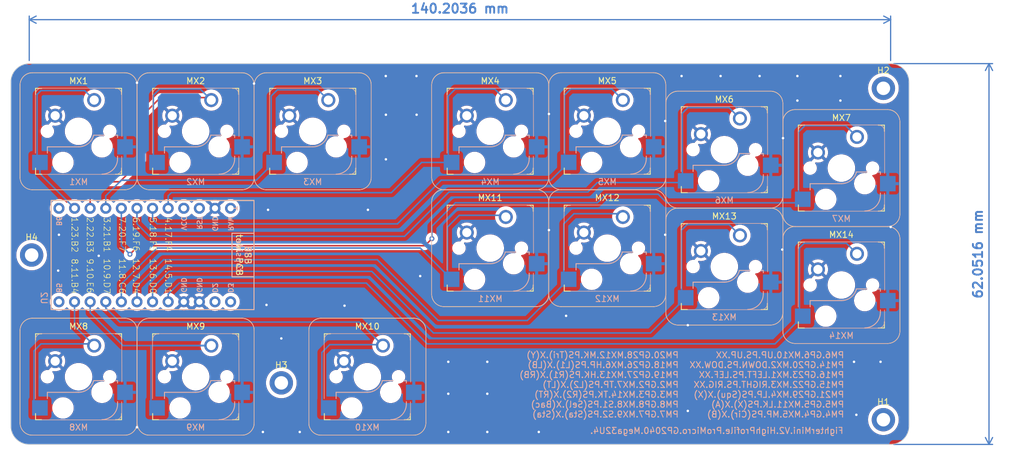
<source format=kicad_pcb>
(kicad_pcb (version 20221018) (generator pcbnew)
  (layers (0 "F.Cu" signal) (31 "B.Cu" signal) (34 "B.Paste" user) (35 "F.Paste" user) (36 "B.SilkS" user "B.Silkscreen") (37 "F.SilkS" user "F.Silkscreen") (38 "B.Mask" user) (39 "F.Mask" user) (44 "Edge.Cuts" user))
  (net 0 "")
  (net 1 "MX1")
  (net 2 "GND")
  (net 3 "MX2")
  (net 4 "MX3")
  (net 5 "MX4")
  (net 6 "MX5")
  (net 7 "MX7")
  (net 8 "MX8")
  (net 9 "MX9")
  (net 10 "MX10")
  (net 11 "MX11")
  (net 12 "MX12")
  (net 13 "MX13")
  (net 14 "MX14")
  (net 22 "MX6")
  (footprint "MountingHole:MountingHole_2.2mm_M2_DIN965_Pad" (layer "F.Cu") (at 78.359 74.168)
    (fp_text reference "H4" (at 0 -2.9) (layer "F.SilkS"))
    (fp_text value "MountingHole")
    (pad "1" thru_hole circle (at 0 0) (size 3.8 3.8) (drill 2.2) (layers "*.Cu" "*.Mask"))
  )
  (footprint "MountingHole:MountingHole_2.2mm_M2_DIN965_Pad" (layer "F.Cu") (at 217 47)
    (fp_text reference "H2" (at 0 -2.9) (layer "F.SilkS"))
    (fp_text value "MountingHole")
    (pad "1" thru_hole circle (at 0 0) (size 3.8 3.8) (drill 2.2) (layers "*.Cu" "*.Mask"))
  )
  (footprint "MountingHole:MountingHole_2.2mm_M2_DIN965_Pad" (layer "F.Cu") (at 119 95)
    (fp_text reference "H3" (at 0 -2.9) (layer "F.SilkS"))
    (fp_text value "MountingHole")
    (pad "1" thru_hole circle (at 0 0) (size 3.8 3.8) (drill 2.2) (layers "*.Cu" "*.Mask"))
  )
  (footprint "Fight Stick 2:MX_optional" (layer "F.Cu") (at 210.157835 79.050995)
    (fp_text reference "MX14" (at 0 -8.2) (layer "F.SilkS"))
    (fp_text value "MX_SW_HS")
    (fp_text user "${REFERENCE}" (at 0 8.25) (layer "B.SilkS") (effects (justify mirror)))
    (pad "" np_thru_hole circle (at -5.08 0) (size 1.7018 1.7018) (drill 1.7018) (layers "*.Cu" "*.Mask"))
    (pad "" np_thru_hole circle (at -2.54 5.08) (size 3 3) (drill 3) (layers "*.Cu" "*.Mask"))
    (pad "" np_thru_hole circle (at 0 0) (size 3.9878 3.9878) (drill 3.9878) (layers "*.Cu" "*.Mask"))
    (pad "" np_thru_hole circle (at 3.81 2.54) (size 3 3) (drill 3) (layers "*.Cu" "*.Mask"))
    (pad "" np_thru_hole circle (at 5.08 0) (size 1.7018 1.7018) (drill 1.7018) (layers "*.Cu" "*.Mask"))
    (pad "1" smd rect (at -6.29 5.08) (size 2.55 2.5) (layers "B.Cu" "B.Paste" "B.Mask") (net 14 "MX14"))
    (pad "1" thru_hole circle (at 2.54 -5.08) (size 2.286 2.286) (drill 1.4986) (layers "*.Cu" "*.Mask") (net 14 "MX14"))
    (pad "2" thru_hole circle (at -3.81 -2.54) (size 2.286 2.286) (drill 1.4986) (layers "*.Cu" "*.Mask") (net 2 "GND"))
    (pad "2" smd rect (at 7.56 2.54) (size 2.55 2.5) (layers "B.Cu" "B.Paste" "B.Mask") (net 2 "GND"))
  )
  (footprint "MountingHole:MountingHole_2.2mm_M2_DIN965_Pad" (layer "F.Cu") (at 217 101)
    (fp_text reference "H1" (at 0 -2.9) (layer "F.SilkS"))
    (fp_text value "MountingHole")
    (pad "1" thru_hole circle (at 0 0) (size 3.8 3.8) (drill 2.2) (layers "*.Cu" "*.Mask"))
  )
  (footprint "Fight Stick 2:MX_optional" (layer "F.Cu") (at 191.10569 57)
    (fp_text reference "MX6" (at 0 -8.2) (layer "F.SilkS"))
    (fp_text value "MX_SW_HS")
    (fp_text user "${REFERENCE}" (at 0 8.25) (layer "B.SilkS") (effects (justify mirror)))
    (pad "" np_thru_hole circle (at -5.08 0) (size 1.7018 1.7018) (drill 1.7018) (layers "*.Cu" "*.Mask"))
    (pad "" np_thru_hole circle (at -2.54 5.08) (size 3 3) (drill 3) (layers "*.Cu" "*.Mask"))
    (pad "" np_thru_hole circle (at 0 0) (size 3.9878 3.9878) (drill 3.9878) (layers "*.Cu" "*.Mask"))
    (pad "" np_thru_hole circle (at 3.81 2.54) (size 3 3) (drill 3) (layers "*.Cu" "*.Mask"))
    (pad "" np_thru_hole circle (at 5.08 0) (size 1.7018 1.7018) (drill 1.7018) (layers "*.Cu" "*.Mask"))
    (pad "1" smd rect (at -6.29 5.08) (size 2.55 2.5) (layers "B.Cu" "B.Paste" "B.Mask") (net 22 "MX6"))
    (pad "1" thru_hole circle (at 2.54 -5.08) (size 2.286 2.286) (drill 1.4986) (layers "*.Cu" "*.Mask") (net 22 "MX6"))
    (pad "2" thru_hole circle (at -3.81 -2.54) (size 2.286 2.286) (drill 1.4986) (layers "*.Cu" "*.Mask") (net 2 "GND"))
    (pad "2" smd rect (at 7.56 2.54) (size 2.55 2.5) (layers "B.Cu" "B.Paste" "B.Mask") (net 2 "GND"))
  )
  (footprint "Fight Stick 2:MX_optional" (layer "F.Cu") (at 172.053545 53.990872)
    (fp_text reference "MX5" (at 0 -8.2) (layer "F.SilkS"))
    (fp_text value "MX_SW_HS")
    (fp_text user "${REFERENCE}" (at 0 8.25) (layer "B.SilkS") (effects (justify mirror)))
    (pad "" np_thru_hole circle (at -5.08 0) (size 1.7018 1.7018) (drill 1.7018) (layers "*.Cu" "*.Mask"))
    (pad "" np_thru_hole circle (at -2.54 5.08) (size 3 3) (drill 3) (layers "*.Cu" "*.Mask"))
    (pad "" np_thru_hole circle (at 0 0) (size 3.9878 3.9878) (drill 3.9878) (layers "*.Cu" "*.Mask"))
    (pad "" np_thru_hole circle (at 3.81 2.54) (size 3 3) (drill 3) (layers "*.Cu" "*.Mask"))
    (pad "" np_thru_hole circle (at 5.08 0) (size 1.7018 1.7018) (drill 1.7018) (layers "*.Cu" "*.Mask"))
    (pad "1" smd rect (at -6.29 5.08) (size 2.55 2.5) (layers "B.Cu" "B.Paste" "B.Mask") (net 6 "MX5"))
    (pad "1" thru_hole circle (at 2.54 -5.08) (size 2.286 2.286) (drill 1.4986) (layers "*.Cu" "*.Mask") (net 6 "MX5"))
    (pad "2" thru_hole circle (at -3.81 -2.54) (size 2.286 2.286) (drill 1.4986) (layers "*.Cu" "*.Mask") (net 2 "GND"))
    (pad "2" smd rect (at 7.56 2.54) (size 2.55 2.5) (layers "B.Cu" "B.Paste" "B.Mask") (net 2 "GND"))
  )
  (footprint "Fight Stick 2:MX_optional" (layer "F.Cu") (at 210.157835 60)
    (fp_text reference "MX7" (at 0 -8.2) (layer "F.SilkS"))
    (fp_text value "MX_SW_HS")
    (fp_text user "${REFERENCE}" (at 0 8.25) (layer "B.SilkS") (effects (justify mirror)))
    (pad "" np_thru_hole circle (at -5.08 0) (size 1.7018 1.7018) (drill 1.7018) (layers "*.Cu" "*.Mask"))
    (pad "" np_thru_hole circle (at -2.54 5.08) (size 3 3) (drill 3) (layers "*.Cu" "*.Mask"))
    (pad "" np_thru_hole circle (at 0 0) (size 3.9878 3.9878) (drill 3.9878) (layers "*.Cu" "*.Mask"))
    (pad "" np_thru_hole circle (at 3.81 2.54) (size 3 3) (drill 3) (layers "*.Cu" "*.Mask"))
    (pad "" np_thru_hole circle (at 5.08 0) (size 1.7018 1.7018) (drill 1.7018) (layers "*.Cu" "*.Mask"))
    (pad "1" smd rect (at -6.29 5.08) (size 2.55 2.5) (layers "B.Cu" "B.Paste" "B.Mask") (net 7 "MX7"))
    (pad "1" thru_hole circle (at 2.54 -5.08) (size 2.286 2.286) (drill 1.4986) (layers "*.Cu" "*.Mask") (net 7 "MX7"))
    (pad "2" thru_hole circle (at -3.81 -2.54) (size 2.286 2.286) (drill 1.4986) (layers "*.Cu" "*.Mask") (net 2 "GND"))
    (pad "2" smd rect (at 7.56 2.54) (size 2.55 2.5) (layers "B.Cu" "B.Paste" "B.Mask") (net 2 "GND"))
  )
  (footprint "Fight Stick 2:MX_optional" (layer "F.Cu") (at 86 54)
    (fp_text reference "MX1" (at 0 -8.2) (layer "F.SilkS"))
    (fp_text value "MX_SW_HS")
    (fp_text user "${REFERENCE}" (at 0 8.25) (layer "B.SilkS") (effects (justify mirror)))
    (pad "" np_thru_hole circle (at -5.08 0) (size 1.7018 1.7018) (drill 1.7018) (layers "*.Cu" "*.Mask"))
    (pad "" np_thru_hole circle (at -2.54 5.08) (size 3 3) (drill 3) (layers "*.Cu" "*.Mask"))
    (pad "" np_thru_hole circle (at 0 0) (size 3.9878 3.9878) (drill 3.9878) (layers "*.Cu" "*.Mask"))
    (pad "" np_thru_hole circle (at 3.81 2.54) (size 3 3) (drill 3) (layers "*.Cu" "*.Mask"))
    (pad "" np_thru_hole circle (at 5.08 0) (size 1.7018 1.7018) (drill 1.7018) (layers "*.Cu" "*.Mask"))
    (pad "1" smd rect (at -6.29 5.08) (size 2.55 2.5) (layers "B.Cu" "B.Paste" "B.Mask") (net 1 "MX1"))
    (pad "1" thru_hole circle (at 2.54 -5.08) (size 2.286 2.286) (drill 1.4986) (layers "*.Cu" "*.Mask") (net 1 "MX1"))
    (pad "2" thru_hole circle (at -3.81 -2.54) (size 2.286 2.286) (drill 1.4986) (layers "*.Cu" "*.Mask") (net 2 "GND"))
    (pad "2" smd rect (at 7.56 2.54) (size 2.55 2.5) (layers "B.Cu" "B.Paste" "B.Mask") (net 2 "GND"))
  )
  (footprint "Fight Stick 2:MX_optional" (layer "F.Cu") (at 124.110687 54)
    (fp_text reference "MX3" (at 0 -8.2) (layer "F.SilkS"))
    (fp_text value "MX_SW_HS")
    (fp_text user "${REFERENCE}" (at 0 8.25) (layer "B.SilkS") (effects (justify mirror)))
    (pad "" np_thru_hole circle (at -5.08 0) (size 1.7018 1.7018) (drill 1.7018) (layers "*.Cu" "*.Mask"))
    (pad "" np_thru_hole circle (at -2.54 5.08) (size 3 3) (drill 3) (layers "*.Cu" "*.Mask"))
    (pad "" np_thru_hole circle (at 0 0) (size 3.9878 3.9878) (drill 3.9878) (layers "*.Cu" "*.Mask"))
    (pad "" np_thru_hole circle (at 3.81 2.54) (size 3 3) (drill 3) (layers "*.Cu" "*.Mask"))
    (pad "" np_thru_hole circle (at 5.08 0) (size 1.7018 1.7018) (drill 1.7018) (layers "*.Cu" "*.Mask"))
    (pad "1" smd rect (at -6.29 5.08) (size 2.55 2.5) (layers "B.Cu" "B.Paste" "B.Mask") (net 4 "MX3"))
    (pad "1" thru_hole circle (at 2.54 -5.08) (size 2.286 2.286) (drill 1.4986) (layers "*.Cu" "*.Mask") (net 4 "MX3"))
    (pad "2" thru_hole circle (at -3.81 -2.54) (size 2.286 2.286) (drill 1.4986) (layers "*.Cu" "*.Mask") (net 2 "GND"))
    (pad "2" smd rect (at 7.56 2.54) (size 2.55 2.5) (layers "B.Cu" "B.Paste" "B.Mask") (net 2 "GND"))
  )
  (footprint "Fight Stick 2:MX_optional" (layer "F.Cu") (at 153 73.043303)
    (fp_text reference "MX11" (at 0 -8.2) (layer "F.SilkS"))
    (fp_text value "MX_SW_HS")
    (fp_text user "${REFERENCE}" (at 0 8.25) (layer "B.SilkS") (effects (justify mirror)))
    (pad "" np_thru_hole circle (at -5.08 0) (size 1.7018 1.7018) (drill 1.7018) (layers "*.Cu" "*.Mask"))
    (pad "" np_thru_hole circle (at -2.54 5.08) (size 3 3) (drill 3) (layers "*.Cu" "*.Mask"))
    (pad "" np_thru_hole circle (at 0 0) (size 3.9878 3.9878) (drill 3.9878) (layers "*.Cu" "*.Mask"))
    (pad "" np_thru_hole circle (at 3.81 2.54) (size 3 3) (drill 3) (layers "*.Cu" "*.Mask"))
    (pad "" np_thru_hole circle (at 5.08 0) (size 1.7018 1.7018) (drill 1.7018) (layers "*.Cu" "*.Mask"))
    (pad "1" smd rect (at -6.29 5.08) (size 2.55 2.5) (layers "B.Cu" "B.Paste" "B.Mask") (net 11 "MX11"))
    (pad "1" thru_hole circle (at 2.54 -5.08) (size 2.286 2.286) (drill 1.4986) (layers "*.Cu" "*.Mask") (net 11 "MX11"))
    (pad "2" thru_hole circle (at -3.81 -2.54) (size 2.286 2.286) (drill 1.4986) (layers "*.Cu" "*.Mask") (net 2 "GND"))
    (pad "2" smd rect (at 7.56 2.54) (size 2.55 2.5) (layers "B.Cu" "B.Paste" "B.Mask") (net 2 "GND"))
  )
  (footprint "Fight Stick 2:MX_optional" (layer "F.Cu") (at 133 94)
    (fp_text reference "MX10" (at 0 -8.2) (layer "F.SilkS"))
    (fp_text value "MX_SW_HS")
    (fp_text user "${REFERENCE}" (at 0 8.25) (layer "B.SilkS") (effects (justify mirror)))
    (pad "" np_thru_hole circle (at -5.08 0) (size 1.7018 1.7018) (drill 1.7018) (layers "*.Cu" "*.Mask"))
    (pad "" np_thru_hole circle (at -2.54 5.08) (size 3 3) (drill 3) (layers "*.Cu" "*.Mask"))
    (pad "" np_thru_hole circle (at 0 0) (size 3.9878 3.9878) (drill 3.9878) (layers "*.Cu" "*.Mask"))
    (pad "" np_thru_hole circle (at 3.81 2.54) (size 3 3) (drill 3) (layers "*.Cu" "*.Mask"))
    (pad "" np_thru_hole circle (at 5.08 0) (size 1.7018 1.7018) (drill 1.7018) (layers "*.Cu" "*.Mask"))
    (pad "1" smd rect (at -6.29 5.08) (size 2.55 2.5) (layers "B.Cu" "B.Paste" "B.Mask") (net 10 "MX10"))
    (pad "1" thru_hole circle (at 2.54 -5.08) (size 2.286 2.286) (drill 1.4986) (layers "*.Cu" "*.Mask") (net 10 "MX10"))
    (pad "2" thru_hole circle (at -3.81 -2.54) (size 2.286 2.286) (drill 1.4986) (layers "*.Cu" "*.Mask") (net 2 "GND"))
    (pad "2" smd rect (at 7.56 2.54) (size 2.55 2.5) (layers "B.Cu" "B.Paste" "B.Mask") (net 2 "GND"))
  )
  (footprint "Fight Stick 2:MX_optional" (layer "F.Cu") (at 172.053545 73.043017)
    (fp_text reference "MX12" (at 0 -8.2) (layer "F.SilkS"))
    (fp_text value "MX_SW_HS")
    (fp_text user "${REFERENCE}" (at 0 8.25) (layer "B.SilkS") (effects (justify mirror)))
    (pad "" np_thru_hole circle (at -5.08 0) (size 1.7018 1.7018) (drill 1.7018) (layers "*.Cu" "*.Mask"))
    (pad "" np_thru_hole circle (at -2.54 5.08) (size 3 3) (drill 3) (layers "*.Cu" "*.Mask"))
    (pad "" np_thru_hole circle (at 0 0) (size 3.9878 3.9878) (drill 3.9878) (layers "*.Cu" "*.Mask"))
    (pad "" np_thru_hole circle (at 3.81 2.54) (size 3 3) (drill 3) (layers "*.Cu" "*.Mask"))
    (pad "" np_thru_hole circle (at 5.08 0) (size 1.7018 1.7018) (drill 1.7018) (layers "*.Cu" "*.Mask"))
    (pad "1" smd rect (at -6.29 5.08) (size 2.55 2.5) (layers "B.Cu" "B.Paste" "B.Mask") (net 12 "MX12"))
    (pad "1" thru_hole circle (at 2.54 -5.08) (size 2.286 2.286) (drill 1.4986) (layers "*.Cu" "*.Mask") (net 12 "MX12"))
    (pad "2" thru_hole circle (at -3.81 -2.54) (size 2.286 2.286) (drill 1.4986) (layers "*.Cu" "*.Mask") (net 2 "GND"))
    (pad "2" smd rect (at 7.56 2.54) (size 2.55 2.5) (layers "B.Cu" "B.Paste" "B.Mask") (net 2 "GND"))
  )
  (footprint "Fight Stick 2:MX_optional" (layer "F.Cu") (at 86 94)
    (fp_text reference "MX8" (at 0 -8.2) (layer "F.SilkS"))
    (fp_text value "MX_SW_HS")
    (fp_text user "${REFERENCE}" (at 0 8.25) (layer "B.SilkS") (effects (justify mirror)))
    (pad "" np_thru_hole circle (at -5.08 0) (size 1.7018 1.7018) (drill 1.7018) (layers "*.Cu" "*.Mask"))
    (pad "" np_thru_hole circle (at -2.54 5.08) (size 3 3) (drill 3) (layers "*.Cu" "*.Mask"))
    (pad "" np_thru_hole circle (at 0 0) (size 3.9878 3.9878) (drill 3.9878) (layers "*.Cu" "*.Mask"))
    (pad "" np_thru_hole circle (at 3.81 2.54) (size 3 3) (drill 3) (layers "*.Cu" "*.Mask"))
    (pad "" np_thru_hole circle (at 5.08 0) (size 1.7018 1.7018) (drill 1.7018) (layers "*.Cu" "*.Mask"))
    (pad "1" smd rect (at -6.29 5.08) (size 2.55 2.5) (layers "B.Cu" "B.Paste" "B.Mask") (net 8 "MX8"))
    (pad "1" thru_hole circle (at 2.54 -5.08) (size 2.286 2.286) (drill 1.4986) (layers "*.Cu" "*.Mask") (net 8 "MX8"))
    (pad "2" thru_hole circle (at -3.81 -2.54) (size 2.286 2.286) (drill 1.4986) (layers "*.Cu" "*.Mask") (net 2 "GND"))
    (pad "2" smd rect (at 7.56 2.54) (size 2.55 2.5) (layers "B.Cu" "B.Paste" "B.Mask") (net 2 "GND"))
  )
  (footprint "Fight Stick 2:MX_optional" (layer "F.Cu") (at 105.058542 94)
    (fp_text reference "MX9" (at 0 -8.2) (layer "F.SilkS"))
    (fp_text value "MX_SW_HS")
    (fp_text user "${REFERENCE}" (at 0 8.25) (layer "B.SilkS") (effects (justify mirror)))
    (pad "" np_thru_hole circle (at -5.08 0) (size 1.7018 1.7018) (drill 1.7018) (layers "*.Cu" "*.Mask"))
    (pad "" np_thru_hole circle (at -2.54 5.08) (size 3 3) (drill 3) (layers "*.Cu" "*.Mask"))
    (pad "" np_thru_hole circle (at 0 0) (size 3.9878 3.9878) (drill 3.9878) (layers "*.Cu" "*.Mask"))
    (pad "" np_thru_hole circle (at 3.81 2.54) (size 3 3) (drill 3) (layers "*.Cu" "*.Mask"))
    (pad "" np_thru_hole circle (at 5.08 0) (size 1.7018 1.7018) (drill 1.7018) (layers "*.Cu" "*.Mask"))
    (pad "1" smd rect (at -6.29 5.08) (size 2.55 2.5) (layers "B.Cu" "B.Paste" "B.Mask") (net 9 "MX9"))
    (pad "1" thru_hole circle (at 2.54 -5.08) (size 2.286 2.286) (drill 1.4986) (layers "*.Cu" "*.Mask") (net 9 "MX9"))
    (pad "2" thru_hole circle (at -3.81 -2.54) (size 2.286 2.286) (drill 1.4986) (layers "*.Cu" "*.Mask") (net 2 "GND"))
    (pad "2" smd rect (at 7.56 2.54) (size 2.55 2.5) (layers "B.Cu" "B.Paste" "B.Mask") (net 2 "GND"))
  )
  (footprint "Fight Stick 2:MX_optional" (layer "F.Cu") (at 105.058542 54)
    (fp_text reference "MX2" (at 0 -8.2) (layer "F.SilkS"))
    (fp_text value "MX_SW_HS")
    (fp_text user "${REFERENCE}" (at 0 8.25) (layer "B.SilkS") (effects (justify mirror)))
    (pad "" np_thru_hole circle (at -5.08 0) (size 1.7018 1.7018) (drill 1.7018) (layers "*.Cu" "*.Mask"))
    (pad "" np_thru_hole circle (at -2.54 5.08) (size 3 3) (drill 3) (layers "*.Cu" "*.Mask"))
    (pad "" np_thru_hole circle (at 0 0) (size 3.9878 3.9878) (drill 3.9878) (layers "*.Cu" "*.Mask"))
    (pad "" np_thru_hole circle (at 3.81 2.54) (size 3 3) (drill 3) (layers "*.Cu" "*.Mask"))
    (pad "" np_thru_hole circle (at 5.08 0) (size 1.7018 1.7018) (drill 1.7018) (layers "*.Cu" "*.Mask"))
    (pad "1" smd rect (at -6.29 5.08) (size 2.55 2.5) (layers "B.Cu" "B.Paste" "B.Mask") (net 3 "MX2"))
    (pad "1" thru_hole circle (at 2.54 -5.08) (size 2.286 2.286) (drill 1.4986) (layers "*.Cu" "*.Mask") (net 3 "MX2"))
    (pad "2" thru_hole circle (at -3.81 -2.54) (size 2.286 2.286) (drill 1.4986) (layers "*.Cu" "*.Mask") (net 2 "GND"))
    (pad "2" smd rect (at 7.56 2.54) (size 2.55 2.5) (layers "B.Cu" "B.Paste" "B.Mask") (net 2 "GND"))
  )
  (footprint "Fight Stick 2:MX_optional" (layer "F.Cu") (at 153 54)
    (fp_text reference "MX4" (at 0 -8.2) (layer "F.SilkS"))
    (fp_text value "MX_SW_HS")
    (fp_text user "${REFERENCE}" (at 0 8.25) (layer "B.SilkS") (effects (justify mirror)))
    (pad "" np_thru_hole circle (at -5.08 0) (size 1.7018 1.7018) (drill 1.7018) (layers "*.Cu" "*.Mask"))
    (pad "" np_thru_hole circle (at -2.54 5.08) (size 3 3) (drill 3) (layers "*.Cu" "*.Mask"))
    (pad "" np_thru_hole circle (at 0 0) (size 3.9878 3.9878) (drill 3.9878) (layers "*.Cu" "*.Mask"))
    (pad "" np_thru_hole circle (at 3.81 2.54) (size 3 3) (drill 3) (layers "*.Cu" "*.Mask"))
    (pad "" np_thru_hole circle (at 5.08 0) (size 1.7018 1.7018) (drill 1.7018) (layers "*.Cu" "*.Mask"))
    (pad "1" smd rect (at -6.29 5.08) (size 2.55 2.5) (layers "B.Cu" "B.Paste" "B.Mask") (net 5 "MX4"))
    (pad "1" thru_hole circle (at 2.54 -5.08) (size 2.286 2.286) (drill 1.4986) (layers "*.Cu" "*.Mask") (net 5 "MX4"))
    (pad "2" thru_hole circle (at -3.81 -2.54) (size 2.286 2.286) (drill 1.4986) (layers "*.Cu" "*.Mask") (net 2 "GND"))
    (pad "2" smd rect (at 7.56 2.54) (size 2.55 2.5) (layers "B.Cu" "B.Paste" "B.Mask") (net 2 "GND"))
  )
  (footprint "Fight Stick 2:MX_optional" (layer "F.Cu") (at 191.10569 76.047006)
    (fp_text reference "MX13" (at 0 -8.2) (layer "F.SilkS"))
    (fp_text value "MX_SW_HS")
    (fp_text user "${REFERENCE}" (at 0 8.25) (layer "B.SilkS") (effects (justify mirror)))
    (pad "" np_thru_hole circle (at -5.08 0) (size 1.7018 1.7018) (drill 1.7018) (layers "*.Cu" "*.Mask"))
    (pad "" np_thru_hole circle (at -2.54 5.08) (size 3 3) (drill 3) (layers "*.Cu" "*.Mask"))
    (pad "" np_thru_hole circle (at 0 0) (size 3.9878 3.9878) (drill 3.9878) (layers "*.Cu" "*.Mask"))
    (pad "" np_thru_hole circle (at 3.81 2.54) (size 3 3) (drill 3) (layers "*.Cu" "*.Mask"))
    (pad "" np_thru_hole circle (at 5.08 0) (size 1.7018 1.7018) (drill 1.7018) (layers "*.Cu" "*.Mask"))
    (pad "1" smd rect (at -6.29 5.08) (size 2.55 2.5) (layers "B.Cu" "B.Paste" "B.Mask") (net 13 "MX13"))
    (pad "1" thru_hole circle (at 2.54 -5.08) (size 2.286 2.286) (drill 1.4986) (layers "*.Cu" "*.Mask") (net 13 "MX13"))
    (pad "2" thru_hole circle (at -3.81 -2.54) (size 2.286 2.286) (drill 1.4986) (layers "*.Cu" "*.Mask") (net 2 "GND"))
    (pad "2" smd rect (at 7.56 2.54) (size 2.55 2.5) (layers "B.Cu" "B.Paste" "B.Mask") (net 2 "GND"))
  )
  (footprint "PCM_marbastlib-xp-promicroish:ProMicro_Reversible_Single" (layer "B.Cu") (at 96.774 74.168 90)
    (fp_text reference "U2" (at -7 -16.4 270 unlocked) (layer "B.SilkS") (effects (justify mirror)))
    (fp_text value "ProMicro")
    (fp_text user "RAW" (at 6.42 13.97 270 unlocked) (layer "B.SilkS") (effects (font (size 0.8 0.8)) (justify right mirror)))
    (fp_text user "B5" (at -6.22 -13.97 270 unlocked) (layer "B.SilkS") (effects (font (size 0.8 0.8)) (justify left mirror)))
    (fp_text user "RST" (at 6.42 8.89 270 unlocked) (layer "B.SilkS") (effects (font (size 0.8 0.8)) (justify right mirror)))
    (fp_text user "D2" (at -6.22 11.43 270 unlocked) (layer "B.SilkS") (effects (font (size 0.8 0.8)) (justify left mirror)))
    (fp_text user "1" (at 7.62 15.17 270) (layer "B.SilkS") (effects (justify bottom mirror)))
    (fp_text user "B6" (at 6.42 -13.97 270 unlocked) (layer "B.SilkS") (effects (font (size 0.8 0.8)) (justify right mirror)))
    (fp_text user "D3" (at -6.22 13.97 270 unlocked) (layer "B.SilkS") (effects (font (size 0.8 0.8)) (justify left mirror)))
    (fp_text user "VCC" (at 6.42 6.35 270 unlocked) (layer "B.SilkS") (effects (font (size 0.8 0.8)) (justify right mirror)))
    (fp_text user "GND" (at -6.2 8.89 270 unlocked) (layer "B.SilkS") (effects (font (size 0.8 0.8)) (justify left mirror)))
    (fp_text user "GND" (at 6.42 11.43 270 unlocked) (layer "B.SilkS") (effects (font (size 0.8 0.8)) (justify right mirror)))
    (fp_text user "GND" (at -6.2 6.35 270 unlocked) (layer "B.SilkS") (effects (font (size 0.8 0.8)) (justify left mirror)))
    (fp_text user "topside" (at 0 14.8 270 unlocked) (layer "B.SilkS") (effects (justify bottom mirror)))
    (fp_text user "USB" (at 0 16.2 270 unlocked) (layer "B.SilkS") (effects (justify bottom mirror)))
    (fp_text user "1.23.B2" (at 6.25 -12 270 unlocked) (layer "F.SilkS") (effects (font (thickness 0.1)) (justify left bottom)))
    (fp_text user "6.19.F6" (at 6.25 -2 270 unlocked) (layer "F.SilkS") (effects (font (thickness 0.1)) (justify left bottom)))
    (fp_text user "12.7.D4" (at -0.5 -2 270 unlocked) (layer "F.SilkS") (effects (font (thickness 0.1)) (justify left bottom)))
    (fp_text user "14.5.D1" (at -0.5 3.25 270 unlocked) (layer "F.SilkS") (effects (font (thickness 0.1)) (justify left bottom)))
    (fp_text user "tow. PCB" (at 0 14.8 270 unlocked) (layer "F.SilkS") (effects (justify bottom)))
    (fp_text user "10.9.D7" (at -0.5 -6.75 270 unlocked) (layer "F.SilkS") (effects (font (thickness 0.1)) (justify left bottom)))
    (fp_text user "11.8.C6" (at -0.5 -4.25 270 unlocked) (layer "F.SilkS") (effects (font (thickness 0.1)) (justify left bottom)))
    (fp_text user "5.18.F5" (at 6.25 0.75 270 unlocked) (layer "F.SilkS") (effects (font (thickness 0.1)) (justify left bottom)))
    (fp_text user "3.21.B1" (at 6.25 -6.75 270 unlocked) (layer "F.SilkS") (effects (font (thickness 0.1)) (justify left bottom)))
    (fp_text user "2.22.B3" (at 6.25 -9.5 270 unlocked) (layer "F.SilkS") (effects (font (thickness 0.1)) (justify left bottom)))
    (fp_text user "13.6.D0" (at -0.5 0.75 270 unlocked) (layer "F.SilkS") (effects (font (thickness 0.1)) (justify left bottom)))
    (fp_text user "7.20.F7" (at 6.25 -4.25 270 unlocked) (layer "F.SilkS") (effects (font (thickness 0.1)) (justify left bottom)))
    (fp_text user "USB" (at 0 16.2 270 unlocked) (layer "F.SilkS") (effects (justify bottom)))
    (fp_text user "8.11.B4" (at -0.5 -12 270 unlocked) (layer "F.SilkS") (effects (font (thickness 0.1)) (justify left bottom)))
    (fp_text user "9.10.E6" (at -0.5 -9.5 270 unlocked) (layer "F.SilkS") (effects (font (thickness 0.1)) (justify left bottom)))
    (fp_text user "4.17.F4" (at 6.25 3.25 270 unlocked) (layer "F.SilkS") (effects (font (thickness 0.1)) (justify left bottom)))
    (pad "1" thru_hole circle (at -7.62 13.97 90) (size 1.8 1.8) (drill 1) (layers "*.Cu" "*.Mask"))
    (pad "2" thru_hole circle (at -7.62 11.43 90) (size 1.8 1.8) (drill 1) (layers "*.Cu" "*.Mask"))
    (pad "3" thru_hole circle (at -7.62 8.89 90) (size 1.8 1.8) (drill 1) (layers "*.Cu" "*.Mask") (net 2 "GND"))
    (pad "4" thru_hole circle (at -7.62 6.35 90) (size 1.8 1.8) (drill 1) (layers "*.Cu" "*.Mask") (net 2 "GND"))
    (pad "5" thru_hole circle (at -7.62 3.81 90) (size 1.8 1.8) (drill 1) (layers "*.Cu" "*.Mask") (net 14 "MX14"))
    (pad "6" thru_hole circle (at -7.62 1.27 90) (size 1.8 1.8) (drill 1) (layers "*.Cu" "*.Mask") (net 13 "MX13"))
    (pad "7" thru_hole circle (at -7.62 -1.27 90) (size 1.8 1.8) (drill 1) (layers "*.Cu" "*.Mask") (net 12 "MX12"))
    (pad "8" thru_hole circle (at -7.62 -3.81 90) (size 1.8 1.8) (drill 1) (layers "*.Cu" "*.Mask") (net 11 "MX11"))
    (pad "9" thru_hole circle (at -7.62 -6.35 90) (size 1.8 1.8) (drill 1) (layers "*.Cu" "*.Mask") (net 10 "MX10"))
    (pad "10" thru_hole circle (at -7.62 -8.89 90) (size 1.8 1.8) (drill 1) (layers "*.Cu" "*.Mask") (net 9 "MX9"))
    (pad "11" thru_hole circle (at -7.62 -11.43 90) (size 1.8 1.8) (drill 1) (layers "*.Cu" "*.Mask") (net 8 "MX8"))
    (pad "12" thru_hole circle (at -7.62 -13.97 90) (size 1.8 1.8) (drill 1) (layers "*.Cu" "*.Mask"))
    (pad "13" thru_hole circle (at 7.62 13.97 90) (size 1.8 1.8) (drill 1) (layers "*.Cu" "*.Mask"))
    (pad "14" thru_hole circle (at 7.62 11.43 90) (size 1.8 1.8) (drill 1) (layers "*.Cu" "*.Mask") (net 2 "GND"))
    (pad "15" thru_hole circle (at 7.62 8.89 90) (size 1.8 1.8) (drill 1) (layers "*.Cu" "*.Mask"))
    (pad "16" thru_hole circle (at 7.62 6.35 90) (size 1.8 1.8) (drill 1) (layers "*.Cu" "*.Mask"))
    (pad "17" thru_hole circle (at 7.62 3.81 90) (size 1.8 1.8) (drill 1) (layers "*.Cu" "*.Mask") (net 5 "MX4"))
    (pad "18" thru_hole circle (at 7.62 1.27 90) (size 1.8 1.8) (drill 1) (layers "*.Cu" "*.Mask") (net 6 "MX5"))
    (pad "19" thru_hole circle (at 7.62 -1.27 90) (size 1.8 1.8) (drill 1) (layers "*.Cu" "*.Mask") (net 22 "MX6"))
    (pad "20" thru_hole circle (at 7.62 -3.81 90) (size 1.8 1.8) (drill 1) (layers "*.Cu" "*.Mask") (net 7 "MX7"))
    (pad "21" thru_hole circle (at 7.62 -6.35 90) (size 1.8 1.8) (drill 1) (layers "*.Cu" "*.Mask") (net 4 "MX3"))
    (pad "22" thru_hole circle (at 7.62 -8.89 90) (size 1.8 1.8) (drill 1) (layers "*.Cu" "*.Mask") (net 3 "MX2"))
    (pad "23" thru_hole circle (at 7.62 -11.43 90) (size 1.8 1.8) (drill 1) (layers "*.Cu" "*.Mask") (net 1 "MX1"))
    (pad "24" thru_hole circle (at 7.62 -13.97 90) (size 1.8 1.8) (drill 1) (layers "*.Cu" "*.Mask"))
  )
  (gr_arc (start 77.970673 105.026735) (mid 75.849358 104.148048) (end 74.970673 102.026735) (stroke (width 0.1)) (layer "Edge.Cuts"))
  (gr_line (start 218.174256 105.026735) (end 77.970673 105.026735) (stroke (width 0.1)) (layer "Edge.Cuts"))
  (gr_arc (start 218.174256 42.975166) (mid 220.295576 43.853846) (end 221.174256 45.975166) (stroke (width 0.1)) (layer "Edge.Cuts"))
  (gr_line (start 221.174256 45.975166) (end 221.174256 102.026735) (stroke (width 0.1)) (layer "Edge.Cuts"))
  (gr_arc (start 74.970673 45.975166) (mid 75.849353 43.853846) (end 77.970673 42.975166) (stroke (width 0.1)) (layer "Edge.Cuts"))
  (gr_line (start 74.970673 102.026735) (end 74.970673 45.975166) (stroke (width 0.1)) (layer "Edge.Cuts"))
  (gr_line (start 77.970673 42.975166) (end 218.174256 42.975166) (stroke (width 0.1)) (layer "Edge.Cuts"))
  (gr_arc (start 221.174256 102.026735) (mid 220.295561 104.148017) (end 218.174256 105.026735) (stroke (width 0.1)) (layer "Edge.Cuts"))
  (gr_text "PM20.GP28.MX12.MK.PS(Tri).X(Y)\nPM18.GP26.MX6.HP.PS(L1).X(LB)\nPM19.GP27.MX13.HK.PS(R1).X(RB)\nPM2.GP2.MX7.TP.PS(L2).X(LT)\nPM3.GP3.MX14.TK.PS(R2).X(RT)\nPM8.GP8.MX8.S1.PS(Sel).X(Bac)\nPM7.GP7.MX9.S2.PS(Sta).X(Sta)" (at 183.769 100.711) (layer "B.SilkS") (effects (font (size 1 1)) (justify left bottom mirror)))
  (gr_text "PM6.GP6.MX10.UP.PS.UP.XX\nPM14.GP20.MX2.DOWN.PS.DOW.XX\nPM16.GP23.MX1.LEFT.PS.LEF.XX\nPM15.GP22.MX3.RIGHT.PS.RIG.XX\nPM21.GP29.MX4.LP.PS(Squ).X(X)\nPM5.GP5.MX11.LK.PS(X).X(A)\nPM4.GP4.MX5.MP.PS(Cir).X(B)" (at 210.693 100.711) (layer "B.SilkS") (effects (font (size 1 1)) (justify left bottom mirror)))
  (gr_text "FighterMini.V2.HighProfile.ProMicro.GP2040.Mega32U4." (at 210.566 103.378) (layer "B.SilkS") (effects (font (size 1 1)) (justify left bottom mirror)))
  (dimension (type orthogonal) (layer "B.Cu") (pts (xy 218.174256 42.975166) (xy 218.174256 105.026735)) (height 16.013744) (orientation 1) (gr_text "62.0516 mm" (at 232.388 74.000951 90) (layer "B.Cu") (effects (font (size 1.5 1.5) (thickness 0.3)))) (format (prefix "") (suffix "") (units 3) (units_format 1) (precision 4)) (style (thickness 0.2) (arrow_length 1.27) (text_position_mode 0) (extension_height 0.58642) (extension_offset 0.5) keep_text_aligned))
  (dimension (type orthogonal) (layer "B.Cu") (pts (xy 218.174256 42.975166) (xy 77.970673 42.975166)) (height -7.161166) (orientation 0) (gr_text "140.2036 mm" (at 148.072464 34.014) (layer "B.Cu") (effects (font (size 1.5 1.5) (thickness 0.3)))) (format (prefix "") (suffix "") (units 3) (units_format 1) (precision 4)) (style (thickness 0.2) (arrow_length 1.27) (text_position_mode 0) (extension_height 0.58642) (extension_offset 0.5) keep_text_aligned))
  (segment (start 85.344 66.548) (end 79.71 60.914) (width 0.25) (layer "B.Cu") (net 1))
  (segment (start 79.248 48.006) (end 79.883 47.371) (width 0.25) (layer "B.Cu") (net 1))
  (segment (start 79.883 47.371) (end 86.991 47.371) (width 0.25) (layer "B.Cu") (net 1))
  (segment (start 86.991 47.371) (end 88.54 48.92) (width 0.25) (layer "B.Cu") (net 1))
  (segment (start 79.71 59.08) (end 79.248 58.618) (width 0.25) (layer "B.Cu") (net 1))
  (segment (start 79.71 60.914) (end 79.71 59.08) (width 0.25) (layer "B.Cu") (net 1))
  (segment (start 79.248 58.618) (end 79.248 48.006) (width 0.25) (layer "B.Cu") (net 1))
  (via (at 185.166 85.598) (size 0.8) (drill 0.4) (layers "F.Cu" "B.Cu") (net 2))
  (via (at 95.504 46.101) (size 0.8) (drill 0.4) (layers "F.Cu" "B.Cu") (net 2))
  (via (at 181.483 52.324) (size 0.8) (drill 0.4) (layers "F.Cu" "B.Cu") (net 2))
  (via (at 185.166 99.568) (size 0.8) (drill 0.4) (layers "F.Cu" "B.Cu") (net 2))
  (via (at 141.0208 51.308) (size 0.8) (drill 0.4) (layers "F.Cu" "B.Cu") (net 2))
  (via (at 95.504 102.235) (size 0.8) (drill 0.4) (layers "F.Cu" "B.Cu") (net 2))
  (via (at 181.483 70.866) (size 0.8) (drill 0.4) (layers "F.Cu" "B.Cu") (net 2))
  (via (at 146.177 96.774) (size 0.8) (drill 0.4) (layers "F.Cu" "B.Cu") (net 2))
  (via (at 203 49) (size 0.8) (drill 0.4) (layers "F.Cu" "B.Cu") (net 2))
  (via (at 184.15 45) (size 0.8) (drill 0.4) (layers "F.Cu" "B.Cu") (net 2))
  (via (at 152.527 96.774) (size 0.8) (drill 0.4) (layers "F.Cu" "B.Cu") (net 2))
  (via (at 116 103) (size 0.8) (drill 0.4) (layers "F.Cu" "B.Cu") (net 2))
  (via (at 146.177 102.997) (size 0.8) (drill 0.4) (layers "F.Cu" "B.Cu") (net 2))
  (via (at 212.598 100.203) (size 0.8) (drill 0.4) (layers "F.Cu" "B.Cu") (net 2))
  (via (at 146.177 91.567) (size 0.8) (drill 0.4) (layers "F.Cu" "B.Cu") (net 2))
  (via (at 190.5 45) (size 0.8) (drill 0.4) (layers "F.Cu" "B.Cu") (net 2))
  (via (at 212.217 91.567) (size 0.8) (drill 0.4) (layers "F.Cu" "B.Cu") (net 2))
  (via (at 141.605 77.597) (size 0.8) (drill 0.4) (layers "F.Cu" "B.Cu") (net 2))
  (via (at 141 45) (size 0.8) (drill 0.4) (layers "F.Cu" "B.Cu") (net 2))
  (via (at 116.586 82.296) (size 0.8) (drill 0.4) (layers "F.Cu" "B.Cu") (net 2))
  (via (at 129.286 82.423) (size 0.8) (drill 0.4) (layers "F.Cu" "B.Cu") (net 2))
  (via (at 136.0208 51.308) (size 0.8) (drill 0.4) (layers "F.Cu" "B.Cu") (net 2))
  (via (at 200.533 73.279) (size 0.8) (drill 0.4) (layers "F.Cu" "B.Cu") (net 2))
  (via (at 89.281 74.295) (size 0.8) (drill 0.4) (layers "F.Cu" "B.Cu") (net 2))
  (via (at 118.999 87.757) (size 0.8) (drill 0.4) (layers "F.Cu" "B.Cu") (net 2))
  (via (at 162.56 70.104) (size 0.8) (drill 0.4) (layers "F.Cu" "B.Cu") (net 2))
  (via (at 82.804 70.866) (size 0.8) (drill 0.4) (layers "F.Cu" "B.Cu") (net 2))
  (via (at 162.56 51.181) (size 0.8) (drill 0.4) (layers "F.Cu" "B.Cu") (net 2))
  (via (at 196.85 45) (size 0.8) (drill 0.4) (layers "F.Cu" "B.Cu") (net 2))
  (via (at 136.0208 58.5724) (size 0.8) (drill 0.4) (layers "F.Cu" "B.Cu") (net 2))
  (via (at 152.527 102.997) (size 0.8) (drill 0.4) (layers "F.Cu" "B.Cu") (net 2))
  (via (at 165.354 84.074) (size 0.8) (drill 0.4) (layers "F.Cu" "B.Cu") (net 2))
  (via (at 203 45) (size 0.8) (drill 0.4) (layers "F.Cu" "B.Cu") (net 2))
  (via (at 116.84 66.802) (size 0.8) (drill 0.4) (layers "F.Cu" "B.Cu") (net 2))
  (via (at 216.535 91.567) (size 0.8) (drill 0.4) (layers "F.Cu" "B.Cu") (net 2))
  (via (at 136 45) (size 0.8) (drill 0.4) (layers "F.Cu" "B.Cu") (net 2))
  (via (at 82.677 76.708) (size 0.8) (drill 0.4) (layers "F.Cu" "B.Cu") (net 2))
  (via (at 160.909 102.997) (size 0.8) (drill 0.4) (layers "F.Cu" "B.Cu") (net 2))
  (via (at 152.527 91.567) (size 0.8) (drill 0.4) (layers "F.Cu" "B.Cu") (net 2))
  (via (at 218.186 69.596) (size 0.8) (drill 0.4) (layers "F.Cu" "B.Cu") (net 2))
  (via (at 210 49) (size 0.8) (drill 0.4) (layers "F.Cu" "B.Cu") (net 2))
  (via (at 122 103) (size 0.8) (drill 0.4) (layers "F.Cu" "B.Cu") (net 2))
  (via (at 114.554 46.228) (size 0.8) (drill 0.4) (layers "F.Cu" "B.Cu") (net 2))
  (via (at 133.096 66.802) (size 0.8) (drill 0.4) (layers "F.Cu" "B.Cu") (net 2))
  (via (at 210 45) (size 0.8) (drill 0.4) (layers "F.Cu" "B.Cu") (net 2))
  (via (at 200.66 55.118) (size 0.8) (drill 0.4) (layers "F.Cu" "B.Cu") (net 2))
  (segment (start 87.884 63.754) (end 89.408 62.23) (width 0.25) (layer "F.Cu") (net 3))
  (segment (start 96.266 51.562) (end 99.314 48.514) (width 0.25) (layer "F.Cu") (net 3))
  (segment (start 87.884 66.548) (end 87.884 63.754) (width 0.25) (layer "F.Cu") (net 3))
  (segment (start 89.408 62.23) (end 92.71 62.23) (width 0.25) (layer "F.Cu") (net 3))
  (segment (start 92.71 62.23) (end 96.266 58.674) (width 0.25) (layer "F.Cu") (net 3))
  (segment (start 107.192542 48.514) (end 107.598542 48.92) (width 0.25) (layer "F.Cu") (net 3))
  (segment (start 99.314 48.514) (end 107.192542 48.514) (width 0.25) (layer "F.Cu") (net 3))
  (segment (start 96.266 58.674) (end 96.266 51.562) (width 0.25) (layer "F.Cu") (net 3))
  (segment (start 99.187 47.117) (end 105.795542 47.117) (width 0.25) (layer "B.Cu") (net 3))
  (segment (start 98.171 48.133) (end 99.187 47.117) (width 0.25) (layer "B.Cu") (net 3))
  (segment (start 105.795542 47.117) (end 107.598542 48.92) (width 0.25) (layer "B.Cu") (net 3))
  (segment (start 98.171 58.482458) (end 98.171 48.133) (width 0.25) (layer "B.Cu") (net 3))
  (segment (start 98.768542 59.08) (end 98.171 58.482458) (width 0.25) (layer "B.Cu") (net 3))
  (segment (start 92.964 61.976) (end 114.924687 61.976) (width 0.25) (layer "B.Cu") (net 4))
  (segment (start 117.820687 59.08) (end 117.348 58.607313) (width 0.25) (layer "B.Cu") (net 4))
  (segment (start 90.424 66.548) (end 90.424 64.516) (width 0.25) (layer "B.Cu") (net 4))
  (segment (start 114.924687 61.976) (end 117.820687 59.08) (width 0.25) (layer "B.Cu") (net 4))
  (segment (start 124.974687 47.244) (end 126.650687 48.92) (width 0.25) (layer "B.Cu") (net 4))
  (segment (start 117.348 48.26) (end 118.364 47.244) (width 0.25) (layer "B.Cu") (net 4))
  (segment (start 118.364 47.244) (end 124.974687 47.244) (width 0.25) (layer "B.Cu") (net 4))
  (segment (start 117.348 58.607313) (end 117.348 48.26) (width 0.25) (layer "B.Cu") (net 4))
  (segment (start 90.424 64.516) (end 92.964 61.976) (width 0.25) (layer "B.Cu") (net 4))
  (segment (start 146.71 59.08) (end 146.177 58.547) (width 0.25) (layer "B.Cu") (net 5))
  (segment (start 141.834 59.08) (end 146.71 59.08) (width 0.25) (layer "B.Cu") (net 5))
  (segment (start 153.737 47.117) (end 155.54 48.92) (width 0.25) (layer "B.Cu") (net 5))
  (segment (start 101.092 64.008) (end 136.906 64.008) (width 0.25) (layer "B.Cu") (net 5))
  (segment (start 146.177 48.26) (end 147.32 47.117) (width 0.25) (layer "B.Cu") (net 5))
  (segment (start 100.584 64.516) (end 101.092 64.008) (width 0.25) (layer "B.Cu") (net 5))
  (segment (start 147.32 47.117) (end 153.737 47.117) (width 0.25) (layer "B.Cu") (net 5))
  (segment (start 136.906 64.008) (end 141.834 59.08) (width 0.25) (layer "B.Cu") (net 5))
  (segment (start 146.177 58.547) (end 146.177 48.26) (width 0.25) (layer "B.Cu") (net 5))
  (segment (start 100.584 66.548) (end 100.584 64.516) (width 0.25) (layer "B.Cu") (net 5))
  (segment (start 166.116 47.117) (end 172.799673 47.117) (width 0.25) (layer "B.Cu") (net 6))
  (segment (start 165.763545 59.070872) (end 165.1 58.407327) (width 0.25) (layer "B.Cu") (net 6))
  (segment (start 98.044 68.326) (end 98.806 69.088) (width 0.25) (layer "B.Cu") (net 6))
  (segment (start 137.904082 69.088) (end 145.016082 61.976) (width 0.25) (layer "B.Cu") (net 6))
  (segment (start 98.044 66.548) (end 98.044 68.326) (width 0.25) (layer "B.Cu") (net 6))
  (segment (start 165.1 48.133) (end 166.116 47.117) (width 0.25) (layer "B.Cu") (net 6))
  (segment (start 165.1 58.407327) (end 165.1 48.133) (width 0.25) (layer "B.Cu") (net 6))
  (segment (start 162.858417 61.976) (end 165.763545 59.070872) (width 0.25) (layer "B.Cu") (net 6))
  (segment (start 98.806 69.088) (end 137.904082 69.088) (width 0.25) (layer "B.Cu") (net 6))
  (segment (start 145.016082 61.976) (end 162.858417 61.976) (width 0.25) (layer "B.Cu") (net 6))
  (segment (start 172.799673 47.117) (end 174.593545 48.910872) (width 0.25) (layer "B.Cu") (net 6))
  (segment (start 142.367 72.644) (end 143.51 71.501) (width 0.25) (layer "F.Cu") (net 7))
  (segment (start 94.361 74.041) (end 95.758 72.644) (width 0.25) (layer "F.Cu") (net 7))
  (segment (start 95.758 72.644) (end 142.367 72.644) (width 0.25) (layer "F.Cu") (net 7))
  (via (at 94.361 74.041) (size 0.8) (drill 0.4) (layers "F.Cu" "B.Cu") (net 7))
  (via (at 143.51 71.501) (size 0.8) (drill 0.4) (layers "F.Cu" "B.Cu") (net 7))
  (segment (start 203.288835 65.659) (end 203.867835 65.08) (width 0.25) (layer "B.Cu") (net 7))
  (segment (start 210.863835 53.086) (end 212.697835 54.92) (width 0.25) (layer "B.Cu") (net 7))
  (segment (start 92.964 72.644) (end 92.964 66.548) (width 0.25) (layer "B.Cu") (net 7))
  (segment (start 94.361 74.041) (end 92.964 72.644) (width 0.25) (layer "B.Cu") (net 7))
  (segment (start 171.831 64.262) (end 180.34 64.262) (width 0.25) (layer "B.Cu") (net 7))
  (segment (start 203.867835 65.08) (end 203.2 64.412165) (width 0.25) (layer "B.Cu") (net 7))
  (segment (start 203.2 64.412165) (end 203.2 54.102) (width 0.25) (layer "B.Cu") (net 7))
  (segment (start 180.34 64.262) (end 181.737 65.659) (width 0.25) (layer "B.Cu") (net 7))
  (segment (start 143.51 69.469) (end 147.32 65.659) (width 0.25) (layer "B.Cu") (net 7))
  (segment (start 143.51 71.501) (end 143.51 69.469) (width 0.25) (layer "B.Cu") (net 7))
  (segment (start 204.216 53.086) (end 210.863835 53.086) (width 0.25) (layer "B.Cu") (net 7))
  (segment (start 181.737 65.659) (end 203.288835 65.659) (width 0.25) (layer "B.Cu") (net 7))
  (segment (start 203.2 54.102) (end 204.216 53.086) (width 0.25) (layer "B.Cu") (net 7))
  (segment (start 170.434 65.659) (end 171.831 64.262) (width 0.25) (layer "B.Cu") (net 7))
  (segment (start 147.32 65.659) (end 170.434 65.659) (width 0.25) (layer "B.Cu") (net 7))
  (segment (start 78.74 89.789) (end 79.883 88.646) (width 0.25) (layer "B.Cu") (net 8))
  (segment (start 85.344 85.724) (end 88.54 88.92) (width 0.25) (layer "B.Cu") (net 8))
  (segment (start 88.266 88.646) (end 88.54 88.92) (width 0.25) (layer "B.Cu") (net 8))
  (segment (start 85.344 81.788) (end 85.344 85.724) (width 0.25) (layer "B.Cu") (net 8))
  (segment (start 79.71 99.08) (end 78.74 98.11) (width 0.25) (layer "B.Cu") (net 8))
  (segment (start 78.74 98.11) (end 78.74 89.789) (width 0.25) (layer "B.Cu") (net 8))
  (segment (start 79.883 88.646) (end 88.266 88.646) (width 0.25) (layer "B.Cu") (net 8))
  (segment (start 107.598542 88.92) (end 93.238 88.92) (width 0.25) (layer "B.Cu") (net 9))
  (segment (start 93.238 88.92) (end 87.884 83.566) (width 0.25) (layer "B.Cu") (net 9))
  (segment (start 87.884 83.566) (end 87.884 81.788) (width 0.25) (layer "B.Cu") (net 9))
  (segment (start 98.768542 99.08) (end 97.79 98.101458) (width 0.25) (layer "B.Cu") (net 9))
  (segment (start 97.79 88.92) (end 107.598542 88.92) (width 0.25) (layer "B.Cu") (net 9))
  (segment (start 97.79 98.101458) (end 97.79 88.92) (width 0.25) (layer "B.Cu") (net 9))
  (segment (start 125.603 97.973) (end 125.603 90.043) (width 0.25) (layer "B.Cu") (net 10))
  (segment (start 131.71 85.09) (end 135.54 88.92) (width 0.25) (layer "B.Cu") (net 10))
  (segment (start 135.393 88.773) (end 135.54 88.92) (width 0.25) (layer "B.Cu") (net 10))
  (segment (start 125.603 90.043) (end 126.873 88.773) (width 0.25) (layer "B.Cu") (net 10))
  (segment (start 126.71 99.08) (end 125.603 97.973) (width 0.25) (layer "B.Cu") (net 10))
  (segment (start 126.873 88.773) (end 135.393 88.773) (width 0.25) (layer "B.Cu") (net 10))
  (segment (start 90.424 81.788) (end 90.424 82.804) (width 0.25) (layer "B.Cu") (net 10))
  (segment (start 90.424 82.804) (end 92.71 85.09) (width 0.25) (layer "B.Cu") (net 10))
  (segment (start 92.71 85.09) (end 131.71 85.09) (width 0.25) (layer "B.Cu") (net 10))
  (segment (start 92.964 81.788) (end 92.964 78.867) (width 0.25) (layer "B.Cu") (net 11))
  (segment (start 155.267697 67.691) (end 155.54 67.963303) (width 0.25) (layer "B.Cu") (net 11))
  (segment (start 147.955 67.691) (end 155.267697 67.691) (width 0.25) (layer "B.Cu") (net 11))
  (segment (start 98.806 73.025) (end 141.611697 73.025) (width 0.25) (layer "B.Cu") (net 11))
  (segment (start 146.05 69.596) (end 147.955 67.691) (width 0.25) (layer "B.Cu") (net 11))
  (segment (start 146.05 77.463303) (end 146.05 69.596) (width 0.25) (layer "B.Cu") (net 11))
  (segment (start 141.611697 73.025) (end 146.71 78.123303) (width 0.25) (layer "B.Cu") (net 11))
  (segment (start 92.964 78.867) (end 98.806 73.025) (width 0.25) (layer "B.Cu") (net 11))
  (segment (start 146.71 78.123303) (end 146.05 77.463303) (width 0.25) (layer "B.Cu") (net 11))
  (segment (start 95.504 81.788) (end 95.504 79.248) (width 0.25) (layer "B.Cu") (net 12))
  (segment (start 95.504 79.248) (end 99.822 74.93) (width 0.25) (layer "B.Cu") (net 12))
  (segment (start 99.822 74.93) (end 134.62 74.93) (width 0.25) (layer "B.Cu") (net 12))
  (segment (start 164.973 77.332472) (end 164.973 69.088) (width 0.25) (layer "B.Cu") (net 12))
  (segment (start 166.624 67.437) (end 174.067528 67.437) (width 0.25) (layer "B.Cu") (net 12))
  (segment (start 174.067528 67.437) (end 174.593545 67.963017) (width 0.25) (layer "B.Cu") (net 12))
  (segment (start 165.763545 78.123017) (end 164.973 77.332472) (width 0.25) (layer "B.Cu") (net 12))
  (segment (start 164.973 69.088) (end 166.624 67.437) (width 0.25) (layer "B.Cu") (net 12))
  (segment (start 159.050562 84.836) (end 165.763545 78.123017) (width 0.25) (layer "B.Cu") (net 12))
  (segment (start 144.526 84.836) (end 159.050562 84.836) (width 0.25) (layer "B.Cu") (net 12))
  (segment (start 134.62 74.93) (end 144.526 84.836) (width 0.25) (layer "B.Cu") (net 12))
  (segment (start 98.044 79.502) (end 100.711 76.835) (width 0.25) (layer "B.Cu") (net 13))
  (segment (start 184.15 70.104) (end 185.039 69.215) (width 0.25) (layer "B.Cu") (net 13))
  (segment (start 143.764 86.868) (end 179.074696 86.868) (width 0.25) (layer "B.Cu") (net 13))
  (segment (start 133.731 76.835) (end 143.764 86.868) (width 0.25) (layer "B.Cu") (net 13))
  (segment (start 191.893684 69.215) (end 193.64569 70.967006) (width 0.25) (layer "B.Cu") (net 13))
  (segment (start 100.711 76.835) (end 133.731 76.835) (width 0.25) (layer "B.Cu") (net 13))
  (segment (start 184.15 80.461316) (end 184.15 70.104) (width 0.25) (layer "B.Cu") (net 13))
  (segment (start 185.039 69.215) (end 191.893684 69.215) (width 0.25) (layer "B.Cu") (net 13))
  (segment (start 98.044 81.788) (end 98.044 79.502) (width 0.25) (layer "B.Cu") (net 13))
  (segment (start 179.074696 86.868) (end 184.81569 81.127006) (width 0.25) (layer "B.Cu") (net 13))
  (segment (start 184.81569 81.127006) (end 184.15 80.461316) (width 0.25) (layer "B.Cu") (net 13))
  (segment (start 142.748 88.646) (end 199.35283 88.646) (width 0.25) (layer "B.Cu") (net 14))
  (segment (start 210.98984 72.263) (end 212.697835 73.970995) (width 0.25) (layer "B.Cu") (net 14))
  (segment (start 203.327 73.025) (end 204.089 72.263) (width 0.25) (layer "B.Cu") (net 14))
  (segment (start 203.327 83.59016) (end 203.327 73.025) (width 0.25) (layer "B.Cu") (net 14))
  (segment (start 100.584 80.528) (end 102.372 78.74) (width 0.25) (layer "B.Cu") (net 14))
  (segment (start 204.089 72.263) (end 210.98984 72.263) (width 0.25) (layer "B.Cu") (net 14))
  (segment (start 102.372 78.74) (end 132.842 78.74) (width 0.25) (layer "B.Cu") (net 14))
  (segment (start 203.867835 84.130995) (end 203.327 83.59016) (width 0.25) (layer "B.Cu") (net 14))
  (segment (start 132.842 78.74) (end 142.748 88.646) (width 0.25) (layer "B.Cu") (net 14))
  (segment (start 199.35283 88.646) (end 203.867835 84.130995) (width 0.25) (layer "B.Cu") (net 14))
  (segment (start 100.584 81.788) (end 100.584 80.528) (width 0.25) (layer "B.Cu") (net 14))
  (segment (start 95.504 69.088) (end 97.536 71.12) (width 0.25) (layer "B.Cu") (net 22))
  (segment (start 146.304 63.881) (end 168.91 63.881) (width 0.25) (layer "B.Cu") (net 22))
  (segment (start 170.434 62.357) (end 184.53869 62.357) (width 0.25) (layer "B.Cu") (net 22))
  (segment (start 185.166 50.165) (end 191.89069 50.165) (width 0.25) (layer "B.Cu") (net 22))
  (segment (start 139.065 71.12) (end 146.304 63.881) (width 0.25) (layer "B.Cu") (net 22))
  (segment (start 191.89069 50.165) (end 193.64569 51.92) (width 0.25) (layer "B.Cu") (net 22))
  (segment (start 184.53869 62.357) (end 184.81569 62.08) (width 0.25) (layer "B.Cu") (net 22))
  (segment (start 184.81569 62.08) (end 184.277 61.54131) (width 0.25) (layer "B.Cu") (net 22))
  (segment (start 95.504 66.548) (end 95.504 69.088) (width 0.25) (layer "B.Cu") (net 22))
  (segment (start 184.277 51.054) (end 185.166 50.165) (width 0.25) (layer "B.Cu") (net 22))
  (segment (start 184.277 61.54131) (end 184.277 51.054) (width 0.25) (layer "B.Cu") (net 22))
  (segment (start 97.536 71.12) (end 139.065 71.12) (width 0.25) (layer "B.Cu") (net 22))
  (segment (start 168.91 63.881) (end 170.434 62.357) (width 0.25) (layer "B.Cu") (net 22))
  (zone (net 2) (net_name "GND") (layers "F&B.Cu") (connect_pads (clearance 0.5)) (min_thickness 0.25) (fill yes (thermal_gap 0.5) (thermal_bridge_width 0.5))
    (polygon (pts (xy 73.406 40.894) (xy 223.52 40.64) (xy 223.774 106.426) (xy 73.406 105.918) (xy 73.66 40.894) (xy 73.406 40.64)))
  )
)
</source>
